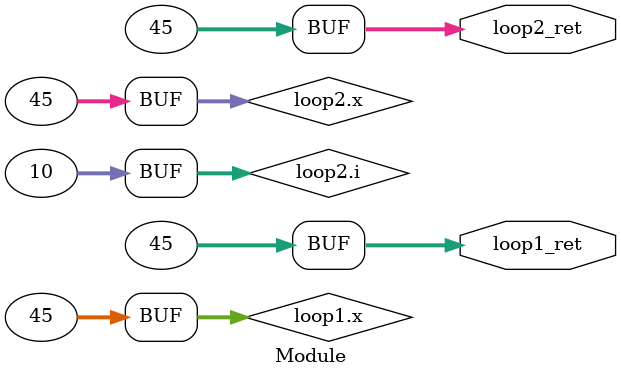
<source format=sv>
`include "metron/tools/metron_tools.sv"

module Module (
  // loop1() ports
  output int loop1_ret,
  // loop2() ports
  output int loop2_ret
);
  /*public:*/

  // decl in for
  always_comb begin : loop1
    int x;
    x = 0;
    for (int i = 0; i < 10; i = i + 1) begin
      x = x + i;
    end
    loop1_ret = x;
  end

  // decl outside of for
  always_comb begin : loop2
    int x;
    int i;
    x = 0;
    for (i = 0; i < 10; i = i + 1) begin
      x = x + i;
    end
    loop2_ret = x;
  end
endmodule

</source>
